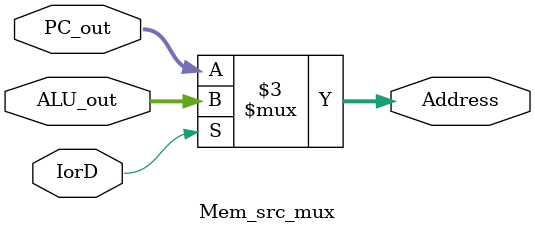
<source format=v>
`timescale 1ns / 1ps


module Mem_src_mux(
    input [31:0] PC_out,
    input [31:0] ALU_out,
    input IorD,
    output reg [31:0] Address
    );
    always@* begin
        if(IorD) Address = ALU_out;
        else Address = PC_out;
    end
endmodule

</source>
